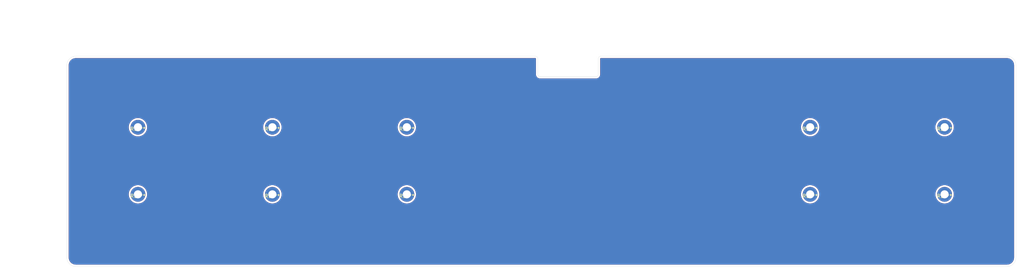
<source format=kicad_pcb>
(kicad_pcb (version 20171130) (host pcbnew "(5.1.7)-1")

  (general
    (thickness 1.6)
    (drawings 18)
    (tracks 0)
    (zones 0)
    (modules 10)
    (nets 1)
  )

  (page A3)
  (layers
    (0 F.Cu signal)
    (31 B.Cu signal)
    (32 B.Adhes user)
    (33 F.Adhes user)
    (34 B.Paste user)
    (35 F.Paste user)
    (36 B.SilkS user)
    (37 F.SilkS user)
    (38 B.Mask user)
    (39 F.Mask user)
    (40 Dwgs.User user)
    (41 Cmts.User user)
    (42 Eco1.User user)
    (43 Eco2.User user)
    (44 Edge.Cuts user)
    (45 Margin user)
    (46 B.CrtYd user)
    (47 F.CrtYd user)
    (48 B.Fab user)
    (49 F.Fab user)
  )

  (setup
    (last_trace_width 0.25)
    (user_trace_width 0.5)
    (trace_clearance 0.2)
    (zone_clearance 0.508)
    (zone_45_only no)
    (trace_min 0.2)
    (via_size 0.8)
    (via_drill 0.4)
    (via_min_size 0.4)
    (via_min_drill 0.3)
    (uvia_size 0.3)
    (uvia_drill 0.1)
    (uvias_allowed no)
    (uvia_min_size 0.2)
    (uvia_min_drill 0.1)
    (edge_width 0.05)
    (segment_width 0.2)
    (pcb_text_width 0.3)
    (pcb_text_size 1.5 1.5)
    (mod_edge_width 0.12)
    (mod_text_size 1 1)
    (mod_text_width 0.15)
    (pad_size 1.524 1.524)
    (pad_drill 0.762)
    (pad_to_mask_clearance 0)
    (aux_axis_origin 0 0)
    (grid_origin 170.942 58.4835)
    (visible_elements 7FFFFFFF)
    (pcbplotparams
      (layerselection 0x010fc_ffffffff)
      (usegerberextensions false)
      (usegerberattributes false)
      (usegerberadvancedattributes false)
      (creategerberjobfile false)
      (excludeedgelayer true)
      (linewidth 0.100000)
      (plotframeref false)
      (viasonmask false)
      (mode 1)
      (useauxorigin false)
      (hpglpennumber 1)
      (hpglpenspeed 20)
      (hpglpendiameter 15.000000)
      (psnegative false)
      (psa4output false)
      (plotreference true)
      (plotvalue false)
      (plotinvisibletext false)
      (padsonsilk true)
      (subtractmaskfromsilk false)
      (outputformat 1)
      (mirror false)
      (drillshape 0)
      (scaleselection 1)
      (outputdirectory "gerber/"))
  )

  (net 0 "")

  (net_class Default "This is the default net class."
    (clearance 0.2)
    (trace_width 0.25)
    (via_dia 0.8)
    (via_drill 0.4)
    (uvia_dia 0.3)
    (uvia_drill 0.1)
  )

  (module kbd:M2_Hole_TH (layer F.Cu) (tedit 5F7666C1) (tstamp 5FFA02AD)
    (at 250.025 78.575)
    (fp_text reference REF** (at 0 0.5) (layer F.SilkS)
      (effects (font (size 1 1) (thickness 0.15)))
    )
    (fp_text value M2_Hole_TH (at 0 -0.5) (layer F.Fab)
      (effects (font (size 1 1) (thickness 0.15)))
    )
    (pad "" thru_hole circle (at 0 0) (size 4.2 4.2) (drill 2.3) (layers *.Cu *.Mask))
  )

  (module kbd:M2_Hole_TH (layer F.Cu) (tedit 5F7666C1) (tstamp 5FFA02A9)
    (at 288.125 78.575)
    (fp_text reference REF** (at 0 0.5) (layer F.SilkS)
      (effects (font (size 1 1) (thickness 0.15)))
    )
    (fp_text value M2_Hole_TH (at 0 -0.5) (layer F.Fab)
      (effects (font (size 1 1) (thickness 0.15)))
    )
    (pad "" thru_hole circle (at 0 0) (size 4.2 4.2) (drill 2.3) (layers *.Cu *.Mask))
  )

  (module kbd:M2_Hole_TH (layer F.Cu) (tedit 5F7666C1) (tstamp 5FFA0222)
    (at 97.625 59.525)
    (fp_text reference REF** (at 0 0.5) (layer F.SilkS)
      (effects (font (size 1 1) (thickness 0.15)))
    )
    (fp_text value M2_Hole_TH (at 0 -0.5) (layer F.Fab)
      (effects (font (size 1 1) (thickness 0.15)))
    )
    (pad "" thru_hole circle (at 0 0) (size 4.2 4.2) (drill 2.3) (layers *.Cu *.Mask))
  )

  (module kbd:M2_Hole_TH (layer F.Cu) (tedit 5F7666C1) (tstamp 5FFA021A)
    (at 97.625 78.575)
    (fp_text reference REF** (at 0 0.5) (layer F.SilkS)
      (effects (font (size 1 1) (thickness 0.15)))
    )
    (fp_text value M2_Hole_TH (at 0 -0.5) (layer F.Fab)
      (effects (font (size 1 1) (thickness 0.15)))
    )
    (pad "" thru_hole circle (at 0 0) (size 4.2 4.2) (drill 2.3) (layers *.Cu *.Mask))
  )

  (module kbd:M2_Hole_TH (layer F.Cu) (tedit 5F7666C1) (tstamp 5FFA0212)
    (at 288.125 59.525)
    (fp_text reference REF** (at 0 0.5) (layer F.SilkS)
      (effects (font (size 1 1) (thickness 0.15)))
    )
    (fp_text value M2_Hole_TH (at 0 -0.5) (layer F.Fab)
      (effects (font (size 1 1) (thickness 0.15)))
    )
    (pad "" thru_hole circle (at 0 0) (size 4.2 4.2) (drill 2.3) (layers *.Cu *.Mask))
  )

  (module kbd:M2_Hole_TH (layer F.Cu) (tedit 5F7666C1) (tstamp 5FFA020A)
    (at 135.725 59.525)
    (fp_text reference REF** (at 0 0.5) (layer F.SilkS)
      (effects (font (size 1 1) (thickness 0.15)))
    )
    (fp_text value M2_Hole_TH (at 0 -0.5) (layer F.Fab)
      (effects (font (size 1 1) (thickness 0.15)))
    )
    (pad "" thru_hole circle (at 0 0) (size 4.2 4.2) (drill 2.3) (layers *.Cu *.Mask))
  )

  (module kbd:M2_Hole_TH (layer F.Cu) (tedit 5F7666C1) (tstamp 5FFA0202)
    (at 250.025 59.525)
    (fp_text reference REF** (at 0 0.5) (layer F.SilkS)
      (effects (font (size 1 1) (thickness 0.15)))
    )
    (fp_text value M2_Hole_TH (at 0 -0.5) (layer F.Fab)
      (effects (font (size 1 1) (thickness 0.15)))
    )
    (pad "" thru_hole circle (at 0 0) (size 4.2 4.2) (drill 2.3) (layers *.Cu *.Mask))
  )

  (module kbd:M2_Hole_TH (layer F.Cu) (tedit 5F7666C1) (tstamp 5FFA01FA)
    (at 135.725 78.575)
    (fp_text reference REF** (at 0 0.5) (layer F.SilkS)
      (effects (font (size 1 1) (thickness 0.15)))
    )
    (fp_text value M2_Hole_TH (at 0 -0.5) (layer F.Fab)
      (effects (font (size 1 1) (thickness 0.15)))
    )
    (pad "" thru_hole circle (at 0 0) (size 4.2 4.2) (drill 2.3) (layers *.Cu *.Mask))
  )

  (module kbd:M2_Hole_TH (layer F.Cu) (tedit 5F7666C1) (tstamp 5FFA01F2)
    (at 59.525 78.575)
    (fp_text reference REF** (at 0 0.5) (layer F.SilkS)
      (effects (font (size 1 1) (thickness 0.15)))
    )
    (fp_text value M2_Hole_TH (at 0 -0.5) (layer F.Fab)
      (effects (font (size 1 1) (thickness 0.15)))
    )
    (pad "" thru_hole circle (at 0 0) (size 4.2 4.2) (drill 2.3) (layers *.Cu *.Mask))
  )

  (module kbd:M2_Hole_TH (layer F.Cu) (tedit 5F7666C1) (tstamp 5FFA01EC)
    (at 59.525 59.525)
    (fp_text reference REF** (at 0 0.5) (layer F.SilkS)
      (effects (font (size 1 1) (thickness 0.15)))
    )
    (fp_text value M2_Hole_TH (at 0 -0.5) (layer F.Fab)
      (effects (font (size 1 1) (thickness 0.15)))
    )
    (pad "" thru_hole circle (at 0 0) (size 4.2 4.2) (drill 2.3) (layers *.Cu *.Mask))
  )

  (gr_line (start 172.847 40.005) (end 172.847 44.5135) (layer Edge.Cuts) (width 0.05))
  (gr_arc (start 190.627 40.005) (end 190.627 39.37) (angle -90) (layer Edge.Cuts) (width 0.05))
  (gr_line (start 189.992 44.5135) (end 189.992 40.005) (layer Edge.Cuts) (width 0.05))
  (gr_arc (start 189.357 44.5135) (end 189.357 45.1485) (angle -90) (layer Edge.Cuts) (width 0.05))
  (gr_arc (start 172.212 40.005) (end 172.847 40.005) (angle -90) (layer Edge.Cuts) (width 0.05))
  (gr_arc (start 173.482 44.5135) (end 172.847 44.5135) (angle -90) (layer Edge.Cuts) (width 0.05))
  (gr_line (start 173.482 45.1485) (end 189.357 45.1485) (layer Edge.Cuts) (width 0.05))
  (dimension 62.23 (width 0.15) (layer Dwgs.User)
    (gr_text "62.230 mm" (at 24.100001 69.215 270) (layer Dwgs.User)
      (effects (font (size 1 1) (thickness 0.15)))
    )
    (feature1 (pts (xy 35.56 100.33) (xy 24.81358 100.33)))
    (feature2 (pts (xy 35.56 38.1) (xy 24.81358 38.1)))
    (crossbar (pts (xy 25.400001 38.1) (xy 25.400001 100.33)))
    (arrow1a (pts (xy 25.400001 100.33) (xy 24.81358 99.203496)))
    (arrow1b (pts (xy 25.400001 100.33) (xy 25.986422 99.203496)))
    (arrow2a (pts (xy 25.400001 38.1) (xy 24.81358 39.226504)))
    (arrow2b (pts (xy 25.400001 38.1) (xy 25.986422 39.226504)))
  )
  (dimension 271.399 (width 0.15) (layer Dwgs.User)
    (gr_text "271.399 mm" (at 173.7995 24.1) (layer Dwgs.User)
      (effects (font (size 1 1) (thickness 0.15)))
    )
    (feature1 (pts (xy 309.499 36.83) (xy 309.499 24.813579)))
    (feature2 (pts (xy 38.1 36.83) (xy 38.1 24.813579)))
    (crossbar (pts (xy 38.1 25.4) (xy 309.499 25.4)))
    (arrow1a (pts (xy 309.499 25.4) (xy 308.372496 25.986421)))
    (arrow1b (pts (xy 309.499 25.4) (xy 308.372496 24.813579)))
    (arrow2a (pts (xy 38.1 25.4) (xy 39.226504 25.986421)))
    (arrow2b (pts (xy 38.1 25.4) (xy 39.226504 24.813579)))
  )
  (gr_arc (start 41.91 41.91) (end 41.91 39.37) (angle -90) (layer Edge.Cuts) (width 0.05))
  (gr_line (start 172.212 39.37) (end 41.91 39.37) (layer Edge.Cuts) (width 0.05))
  (gr_line (start 305.816 39.37) (end 190.627 39.37) (layer Edge.Cuts) (width 0.05))
  (gr_arc (start 305.816 41.91) (end 308.356 41.91) (angle -90) (layer Edge.Cuts) (width 0.05))
  (gr_line (start 308.356 96.52) (end 308.356 41.91) (layer Edge.Cuts) (width 0.05))
  (gr_arc (start 305.816 96.52) (end 305.816 99.06) (angle -90) (layer Edge.Cuts) (width 0.05))
  (gr_arc (start 41.91 96.52) (end 39.37 96.52) (angle -90) (layer Edge.Cuts) (width 0.05))
  (gr_line (start 39.37 96.52) (end 39.37 41.91) (layer Edge.Cuts) (width 0.05))
  (gr_line (start 41.91 99.06) (end 305.816 99.06) (layer Edge.Cuts) (width 0.05))

  (zone (net 0) (net_name "") (layer F.Cu) (tstamp 5FFA0E8B) (hatch edge 0.508)
    (connect_pads (clearance 0.508))
    (min_thickness 0.254)
    (fill yes (arc_segments 32) (thermal_gap 0.508) (thermal_bridge_width 0.508))
    (polygon
      (pts
        (xy 310.642 100.3935) (xy 37.592 100.3935) (xy 37.592 36.8935) (xy 310.642 36.8935)
      )
    )
    (filled_polygon
      (pts
        (xy 172.186513 40.030666) (xy 172.187 40.035301) (xy 172.187001 44.545919) (xy 172.189758 44.57391) (xy 172.189731 44.577755)
        (xy 172.190631 44.586926) (xy 172.203586 44.710177) (xy 172.215615 44.768774) (xy 172.226822 44.827528) (xy 172.229486 44.83635)
        (xy 172.266133 44.954738) (xy 172.289308 45.009868) (xy 172.311722 45.065347) (xy 172.316049 45.073483) (xy 172.374992 45.182498)
        (xy 172.408437 45.232082) (xy 172.441197 45.282145) (xy 172.447022 45.289286) (xy 172.526018 45.384776) (xy 172.568467 45.42693)
        (xy 172.610315 45.469665) (xy 172.617416 45.475539) (xy 172.713455 45.553867) (xy 172.763281 45.586972) (xy 172.812638 45.620767)
        (xy 172.820744 45.62515) (xy 172.930167 45.683332) (xy 172.985459 45.706121) (xy 173.040455 45.729693) (xy 173.049258 45.732418)
        (xy 173.167899 45.768237) (xy 173.226583 45.779857) (xy 173.285094 45.792294) (xy 173.29425 45.793256) (xy 173.294255 45.793257)
        (xy 173.294259 45.793257) (xy 173.417597 45.80535) (xy 173.417598 45.80535) (xy 173.449581 45.8085) (xy 189.389419 45.8085)
        (xy 189.417419 45.805742) (xy 189.421255 45.805769) (xy 189.430426 45.804869) (xy 189.553677 45.791914) (xy 189.612274 45.779885)
        (xy 189.671028 45.768678) (xy 189.67985 45.766014) (xy 189.798238 45.729367) (xy 189.853368 45.706192) (xy 189.908847 45.683778)
        (xy 189.916983 45.679451) (xy 190.025998 45.620508) (xy 190.075582 45.587063) (xy 190.125645 45.554303) (xy 190.132786 45.548478)
        (xy 190.228276 45.469482) (xy 190.27043 45.427033) (xy 190.313165 45.385185) (xy 190.319039 45.378084) (xy 190.397367 45.282045)
        (xy 190.430472 45.232219) (xy 190.464267 45.182862) (xy 190.46865 45.174756) (xy 190.526832 45.065333) (xy 190.549621 45.010041)
        (xy 190.573193 44.955045) (xy 190.575918 44.946242) (xy 190.611737 44.827601) (xy 190.623359 44.768908) (xy 190.635794 44.710406)
        (xy 190.636756 44.70125) (xy 190.636757 44.701245) (xy 190.636757 44.701241) (xy 190.64885 44.577903) (xy 190.64885 44.577902)
        (xy 190.652 44.545919) (xy 190.652 40.037275) (xy 190.652666 40.030487) (xy 190.657301 40.03) (xy 305.783721 40.03)
        (xy 306.180545 40.068909) (xy 306.531208 40.17478) (xy 306.854625 40.346744) (xy 307.138484 40.578254) (xy 307.371965 40.860486)
        (xy 307.546183 41.182695) (xy 307.654502 41.532614) (xy 307.696001 41.927452) (xy 307.696 96.487721) (xy 307.657091 96.884545)
        (xy 307.55122 97.235206) (xy 307.379257 97.558623) (xy 307.147748 97.842482) (xy 306.865514 98.075965) (xy 306.543304 98.250184)
        (xy 306.193385 98.358502) (xy 305.798557 98.4) (xy 41.942279 98.4) (xy 41.545455 98.361091) (xy 41.194794 98.25522)
        (xy 40.871377 98.083257) (xy 40.587518 97.851748) (xy 40.354035 97.569514) (xy 40.179816 97.247304) (xy 40.071498 96.897385)
        (xy 40.03 96.502557) (xy 40.03 78.305626) (xy 56.79 78.305626) (xy 56.79 78.844374) (xy 56.895105 79.37277)
        (xy 57.101275 79.870508) (xy 57.400587 80.318461) (xy 57.781539 80.699413) (xy 58.229492 80.998725) (xy 58.72723 81.204895)
        (xy 59.255626 81.31) (xy 59.794374 81.31) (xy 60.32277 81.204895) (xy 60.820508 80.998725) (xy 61.268461 80.699413)
        (xy 61.649413 80.318461) (xy 61.948725 79.870508) (xy 62.154895 79.37277) (xy 62.26 78.844374) (xy 62.26 78.305626)
        (xy 94.89 78.305626) (xy 94.89 78.844374) (xy 94.995105 79.37277) (xy 95.201275 79.870508) (xy 95.500587 80.318461)
        (xy 95.881539 80.699413) (xy 96.329492 80.998725) (xy 96.82723 81.204895) (xy 97.355626 81.31) (xy 97.894374 81.31)
        (xy 98.42277 81.204895) (xy 98.920508 80.998725) (xy 99.368461 80.699413) (xy 99.749413 80.318461) (xy 100.048725 79.870508)
        (xy 100.254895 79.37277) (xy 100.36 78.844374) (xy 100.36 78.305626) (xy 132.99 78.305626) (xy 132.99 78.844374)
        (xy 133.095105 79.37277) (xy 133.301275 79.870508) (xy 133.600587 80.318461) (xy 133.981539 80.699413) (xy 134.429492 80.998725)
        (xy 134.92723 81.204895) (xy 135.455626 81.31) (xy 135.994374 81.31) (xy 136.52277 81.204895) (xy 137.020508 80.998725)
        (xy 137.468461 80.699413) (xy 137.849413 80.318461) (xy 138.148725 79.870508) (xy 138.354895 79.37277) (xy 138.46 78.844374)
        (xy 138.46 78.305626) (xy 247.29 78.305626) (xy 247.29 78.844374) (xy 247.395105 79.37277) (xy 247.601275 79.870508)
        (xy 247.900587 80.318461) (xy 248.281539 80.699413) (xy 248.729492 80.998725) (xy 249.22723 81.204895) (xy 249.755626 81.31)
        (xy 250.294374 81.31) (xy 250.82277 81.204895) (xy 251.320508 80.998725) (xy 251.768461 80.699413) (xy 252.149413 80.318461)
        (xy 252.448725 79.870508) (xy 252.654895 79.37277) (xy 252.76 78.844374) (xy 252.76 78.305626) (xy 285.39 78.305626)
        (xy 285.39 78.844374) (xy 285.495105 79.37277) (xy 285.701275 79.870508) (xy 286.000587 80.318461) (xy 286.381539 80.699413)
        (xy 286.829492 80.998725) (xy 287.32723 81.204895) (xy 287.855626 81.31) (xy 288.394374 81.31) (xy 288.92277 81.204895)
        (xy 289.420508 80.998725) (xy 289.868461 80.699413) (xy 290.249413 80.318461) (xy 290.548725 79.870508) (xy 290.754895 79.37277)
        (xy 290.86 78.844374) (xy 290.86 78.305626) (xy 290.754895 77.77723) (xy 290.548725 77.279492) (xy 290.249413 76.831539)
        (xy 289.868461 76.450587) (xy 289.420508 76.151275) (xy 288.92277 75.945105) (xy 288.394374 75.84) (xy 287.855626 75.84)
        (xy 287.32723 75.945105) (xy 286.829492 76.151275) (xy 286.381539 76.450587) (xy 286.000587 76.831539) (xy 285.701275 77.279492)
        (xy 285.495105 77.77723) (xy 285.39 78.305626) (xy 252.76 78.305626) (xy 252.654895 77.77723) (xy 252.448725 77.279492)
        (xy 252.149413 76.831539) (xy 251.768461 76.450587) (xy 251.320508 76.151275) (xy 250.82277 75.945105) (xy 250.294374 75.84)
        (xy 249.755626 75.84) (xy 249.22723 75.945105) (xy 248.729492 76.151275) (xy 248.281539 76.450587) (xy 247.900587 76.831539)
        (xy 247.601275 77.279492) (xy 247.395105 77.77723) (xy 247.29 78.305626) (xy 138.46 78.305626) (xy 138.354895 77.77723)
        (xy 138.148725 77.279492) (xy 137.849413 76.831539) (xy 137.468461 76.450587) (xy 137.020508 76.151275) (xy 136.52277 75.945105)
        (xy 135.994374 75.84) (xy 135.455626 75.84) (xy 134.92723 75.945105) (xy 134.429492 76.151275) (xy 133.981539 76.450587)
        (xy 133.600587 76.831539) (xy 133.301275 77.279492) (xy 133.095105 77.77723) (xy 132.99 78.305626) (xy 100.36 78.305626)
        (xy 100.254895 77.77723) (xy 100.048725 77.279492) (xy 99.749413 76.831539) (xy 99.368461 76.450587) (xy 98.920508 76.151275)
        (xy 98.42277 75.945105) (xy 97.894374 75.84) (xy 97.355626 75.84) (xy 96.82723 75.945105) (xy 96.329492 76.151275)
        (xy 95.881539 76.450587) (xy 95.500587 76.831539) (xy 95.201275 77.279492) (xy 94.995105 77.77723) (xy 94.89 78.305626)
        (xy 62.26 78.305626) (xy 62.154895 77.77723) (xy 61.948725 77.279492) (xy 61.649413 76.831539) (xy 61.268461 76.450587)
        (xy 60.820508 76.151275) (xy 60.32277 75.945105) (xy 59.794374 75.84) (xy 59.255626 75.84) (xy 58.72723 75.945105)
        (xy 58.229492 76.151275) (xy 57.781539 76.450587) (xy 57.400587 76.831539) (xy 57.101275 77.279492) (xy 56.895105 77.77723)
        (xy 56.79 78.305626) (xy 40.03 78.305626) (xy 40.03 59.255626) (xy 56.79 59.255626) (xy 56.79 59.794374)
        (xy 56.895105 60.32277) (xy 57.101275 60.820508) (xy 57.400587 61.268461) (xy 57.781539 61.649413) (xy 58.229492 61.948725)
        (xy 58.72723 62.154895) (xy 59.255626 62.26) (xy 59.794374 62.26) (xy 60.32277 62.154895) (xy 60.820508 61.948725)
        (xy 61.268461 61.649413) (xy 61.649413 61.268461) (xy 61.948725 60.820508) (xy 62.154895 60.32277) (xy 62.26 59.794374)
        (xy 62.26 59.255626) (xy 94.89 59.255626) (xy 94.89 59.794374) (xy 94.995105 60.32277) (xy 95.201275 60.820508)
        (xy 95.500587 61.268461) (xy 95.881539 61.649413) (xy 96.329492 61.948725) (xy 96.82723 62.154895) (xy 97.355626 62.26)
        (xy 97.894374 62.26) (xy 98.42277 62.154895) (xy 98.920508 61.948725) (xy 99.368461 61.649413) (xy 99.749413 61.268461)
        (xy 100.048725 60.820508) (xy 100.254895 60.32277) (xy 100.36 59.794374) (xy 100.36 59.255626) (xy 132.99 59.255626)
        (xy 132.99 59.794374) (xy 133.095105 60.32277) (xy 133.301275 60.820508) (xy 133.600587 61.268461) (xy 133.981539 61.649413)
        (xy 134.429492 61.948725) (xy 134.92723 62.154895) (xy 135.455626 62.26) (xy 135.994374 62.26) (xy 136.52277 62.154895)
        (xy 137.020508 61.948725) (xy 137.468461 61.649413) (xy 137.849413 61.268461) (xy 138.148725 60.820508) (xy 138.354895 60.32277)
        (xy 138.46 59.794374) (xy 138.46 59.255626) (xy 247.29 59.255626) (xy 247.29 59.794374) (xy 247.395105 60.32277)
        (xy 247.601275 60.820508) (xy 247.900587 61.268461) (xy 248.281539 61.649413) (xy 248.729492 61.948725) (xy 249.22723 62.154895)
        (xy 249.755626 62.26) (xy 250.294374 62.26) (xy 250.82277 62.154895) (xy 251.320508 61.948725) (xy 251.768461 61.649413)
        (xy 252.149413 61.268461) (xy 252.448725 60.820508) (xy 252.654895 60.32277) (xy 252.76 59.794374) (xy 252.76 59.255626)
        (xy 285.39 59.255626) (xy 285.39 59.794374) (xy 285.495105 60.32277) (xy 285.701275 60.820508) (xy 286.000587 61.268461)
        (xy 286.381539 61.649413) (xy 286.829492 61.948725) (xy 287.32723 62.154895) (xy 287.855626 62.26) (xy 288.394374 62.26)
        (xy 288.92277 62.154895) (xy 289.420508 61.948725) (xy 289.868461 61.649413) (xy 290.249413 61.268461) (xy 290.548725 60.820508)
        (xy 290.754895 60.32277) (xy 290.86 59.794374) (xy 290.86 59.255626) (xy 290.754895 58.72723) (xy 290.548725 58.229492)
        (xy 290.249413 57.781539) (xy 289.868461 57.400587) (xy 289.420508 57.101275) (xy 288.92277 56.895105) (xy 288.394374 56.79)
        (xy 287.855626 56.79) (xy 287.32723 56.895105) (xy 286.829492 57.101275) (xy 286.381539 57.400587) (xy 286.000587 57.781539)
        (xy 285.701275 58.229492) (xy 285.495105 58.72723) (xy 285.39 59.255626) (xy 252.76 59.255626) (xy 252.654895 58.72723)
        (xy 252.448725 58.229492) (xy 252.149413 57.781539) (xy 251.768461 57.400587) (xy 251.320508 57.101275) (xy 250.82277 56.895105)
        (xy 250.294374 56.79) (xy 249.755626 56.79) (xy 249.22723 56.895105) (xy 248.729492 57.101275) (xy 248.281539 57.400587)
        (xy 247.900587 57.781539) (xy 247.601275 58.229492) (xy 247.395105 58.72723) (xy 247.29 59.255626) (xy 138.46 59.255626)
        (xy 138.354895 58.72723) (xy 138.148725 58.229492) (xy 137.849413 57.781539) (xy 137.468461 57.400587) (xy 137.020508 57.101275)
        (xy 136.52277 56.895105) (xy 135.994374 56.79) (xy 135.455626 56.79) (xy 134.92723 56.895105) (xy 134.429492 57.101275)
        (xy 133.981539 57.400587) (xy 133.600587 57.781539) (xy 133.301275 58.229492) (xy 133.095105 58.72723) (xy 132.99 59.255626)
        (xy 100.36 59.255626) (xy 100.254895 58.72723) (xy 100.048725 58.229492) (xy 99.749413 57.781539) (xy 99.368461 57.400587)
        (xy 98.920508 57.101275) (xy 98.42277 56.895105) (xy 97.894374 56.79) (xy 97.355626 56.79) (xy 96.82723 56.895105)
        (xy 96.329492 57.101275) (xy 95.881539 57.400587) (xy 95.500587 57.781539) (xy 95.201275 58.229492) (xy 94.995105 58.72723)
        (xy 94.89 59.255626) (xy 62.26 59.255626) (xy 62.154895 58.72723) (xy 61.948725 58.229492) (xy 61.649413 57.781539)
        (xy 61.268461 57.400587) (xy 60.820508 57.101275) (xy 60.32277 56.895105) (xy 59.794374 56.79) (xy 59.255626 56.79)
        (xy 58.72723 56.895105) (xy 58.229492 57.101275) (xy 57.781539 57.400587) (xy 57.400587 57.781539) (xy 57.101275 58.229492)
        (xy 56.895105 58.72723) (xy 56.79 59.255626) (xy 40.03 59.255626) (xy 40.03 41.942279) (xy 40.068909 41.545455)
        (xy 40.17478 41.194792) (xy 40.346744 40.871375) (xy 40.578254 40.587516) (xy 40.860486 40.354035) (xy 41.182695 40.179817)
        (xy 41.532614 40.071498) (xy 41.927443 40.03) (xy 172.179725 40.03)
      )
    )
  )
  (zone (net 0) (net_name "") (layer B.Cu) (tstamp 5FFA0E88) (hatch edge 0.508)
    (connect_pads (clearance 0.508))
    (min_thickness 0.254)
    (fill yes (arc_segments 32) (thermal_gap 0.508) (thermal_bridge_width 0.508))
    (polygon
      (pts
        (xy 310.642 100.3935) (xy 37.592 100.3935) (xy 37.592 36.8935) (xy 310.642 36.8935)
      )
    )
    (filled_polygon
      (pts
        (xy 172.186513 40.030666) (xy 172.187 40.035301) (xy 172.187001 44.545919) (xy 172.189758 44.57391) (xy 172.189731 44.577755)
        (xy 172.190631 44.586926) (xy 172.203586 44.710177) (xy 172.215615 44.768774) (xy 172.226822 44.827528) (xy 172.229486 44.83635)
        (xy 172.266133 44.954738) (xy 172.289308 45.009868) (xy 172.311722 45.065347) (xy 172.316049 45.073483) (xy 172.374992 45.182498)
        (xy 172.408437 45.232082) (xy 172.441197 45.282145) (xy 172.447022 45.289286) (xy 172.526018 45.384776) (xy 172.568467 45.42693)
        (xy 172.610315 45.469665) (xy 172.617416 45.475539) (xy 172.713455 45.553867) (xy 172.763281 45.586972) (xy 172.812638 45.620767)
        (xy 172.820744 45.62515) (xy 172.930167 45.683332) (xy 172.985459 45.706121) (xy 173.040455 45.729693) (xy 173.049258 45.732418)
        (xy 173.167899 45.768237) (xy 173.226583 45.779857) (xy 173.285094 45.792294) (xy 173.29425 45.793256) (xy 173.294255 45.793257)
        (xy 173.294259 45.793257) (xy 173.417597 45.80535) (xy 173.417598 45.80535) (xy 173.449581 45.8085) (xy 189.389419 45.8085)
        (xy 189.417419 45.805742) (xy 189.421255 45.805769) (xy 189.430426 45.804869) (xy 189.553677 45.791914) (xy 189.612274 45.779885)
        (xy 189.671028 45.768678) (xy 189.67985 45.766014) (xy 189.798238 45.729367) (xy 189.853368 45.706192) (xy 189.908847 45.683778)
        (xy 189.916983 45.679451) (xy 190.025998 45.620508) (xy 190.075582 45.587063) (xy 190.125645 45.554303) (xy 190.132786 45.548478)
        (xy 190.228276 45.469482) (xy 190.27043 45.427033) (xy 190.313165 45.385185) (xy 190.319039 45.378084) (xy 190.397367 45.282045)
        (xy 190.430472 45.232219) (xy 190.464267 45.182862) (xy 190.46865 45.174756) (xy 190.526832 45.065333) (xy 190.549621 45.010041)
        (xy 190.573193 44.955045) (xy 190.575918 44.946242) (xy 190.611737 44.827601) (xy 190.623359 44.768908) (xy 190.635794 44.710406)
        (xy 190.636756 44.70125) (xy 190.636757 44.701245) (xy 190.636757 44.701241) (xy 190.64885 44.577903) (xy 190.64885 44.577902)
        (xy 190.652 44.545919) (xy 190.652 40.037275) (xy 190.652666 40.030487) (xy 190.657301 40.03) (xy 305.783721 40.03)
        (xy 306.180545 40.068909) (xy 306.531208 40.17478) (xy 306.854625 40.346744) (xy 307.138484 40.578254) (xy 307.371965 40.860486)
        (xy 307.546183 41.182695) (xy 307.654502 41.532614) (xy 307.696001 41.927452) (xy 307.696 96.487721) (xy 307.657091 96.884545)
        (xy 307.55122 97.235206) (xy 307.379257 97.558623) (xy 307.147748 97.842482) (xy 306.865514 98.075965) (xy 306.543304 98.250184)
        (xy 306.193385 98.358502) (xy 305.798557 98.4) (xy 41.942279 98.4) (xy 41.545455 98.361091) (xy 41.194794 98.25522)
        (xy 40.871377 98.083257) (xy 40.587518 97.851748) (xy 40.354035 97.569514) (xy 40.179816 97.247304) (xy 40.071498 96.897385)
        (xy 40.03 96.502557) (xy 40.03 78.305626) (xy 56.79 78.305626) (xy 56.79 78.844374) (xy 56.895105 79.37277)
        (xy 57.101275 79.870508) (xy 57.400587 80.318461) (xy 57.781539 80.699413) (xy 58.229492 80.998725) (xy 58.72723 81.204895)
        (xy 59.255626 81.31) (xy 59.794374 81.31) (xy 60.32277 81.204895) (xy 60.820508 80.998725) (xy 61.268461 80.699413)
        (xy 61.649413 80.318461) (xy 61.948725 79.870508) (xy 62.154895 79.37277) (xy 62.26 78.844374) (xy 62.26 78.305626)
        (xy 94.89 78.305626) (xy 94.89 78.844374) (xy 94.995105 79.37277) (xy 95.201275 79.870508) (xy 95.500587 80.318461)
        (xy 95.881539 80.699413) (xy 96.329492 80.998725) (xy 96.82723 81.204895) (xy 97.355626 81.31) (xy 97.894374 81.31)
        (xy 98.42277 81.204895) (xy 98.920508 80.998725) (xy 99.368461 80.699413) (xy 99.749413 80.318461) (xy 100.048725 79.870508)
        (xy 100.254895 79.37277) (xy 100.36 78.844374) (xy 100.36 78.305626) (xy 132.99 78.305626) (xy 132.99 78.844374)
        (xy 133.095105 79.37277) (xy 133.301275 79.870508) (xy 133.600587 80.318461) (xy 133.981539 80.699413) (xy 134.429492 80.998725)
        (xy 134.92723 81.204895) (xy 135.455626 81.31) (xy 135.994374 81.31) (xy 136.52277 81.204895) (xy 137.020508 80.998725)
        (xy 137.468461 80.699413) (xy 137.849413 80.318461) (xy 138.148725 79.870508) (xy 138.354895 79.37277) (xy 138.46 78.844374)
        (xy 138.46 78.305626) (xy 247.29 78.305626) (xy 247.29 78.844374) (xy 247.395105 79.37277) (xy 247.601275 79.870508)
        (xy 247.900587 80.318461) (xy 248.281539 80.699413) (xy 248.729492 80.998725) (xy 249.22723 81.204895) (xy 249.755626 81.31)
        (xy 250.294374 81.31) (xy 250.82277 81.204895) (xy 251.320508 80.998725) (xy 251.768461 80.699413) (xy 252.149413 80.318461)
        (xy 252.448725 79.870508) (xy 252.654895 79.37277) (xy 252.76 78.844374) (xy 252.76 78.305626) (xy 285.39 78.305626)
        (xy 285.39 78.844374) (xy 285.495105 79.37277) (xy 285.701275 79.870508) (xy 286.000587 80.318461) (xy 286.381539 80.699413)
        (xy 286.829492 80.998725) (xy 287.32723 81.204895) (xy 287.855626 81.31) (xy 288.394374 81.31) (xy 288.92277 81.204895)
        (xy 289.420508 80.998725) (xy 289.868461 80.699413) (xy 290.249413 80.318461) (xy 290.548725 79.870508) (xy 290.754895 79.37277)
        (xy 290.86 78.844374) (xy 290.86 78.305626) (xy 290.754895 77.77723) (xy 290.548725 77.279492) (xy 290.249413 76.831539)
        (xy 289.868461 76.450587) (xy 289.420508 76.151275) (xy 288.92277 75.945105) (xy 288.394374 75.84) (xy 287.855626 75.84)
        (xy 287.32723 75.945105) (xy 286.829492 76.151275) (xy 286.381539 76.450587) (xy 286.000587 76.831539) (xy 285.701275 77.279492)
        (xy 285.495105 77.77723) (xy 285.39 78.305626) (xy 252.76 78.305626) (xy 252.654895 77.77723) (xy 252.448725 77.279492)
        (xy 252.149413 76.831539) (xy 251.768461 76.450587) (xy 251.320508 76.151275) (xy 250.82277 75.945105) (xy 250.294374 75.84)
        (xy 249.755626 75.84) (xy 249.22723 75.945105) (xy 248.729492 76.151275) (xy 248.281539 76.450587) (xy 247.900587 76.831539)
        (xy 247.601275 77.279492) (xy 247.395105 77.77723) (xy 247.29 78.305626) (xy 138.46 78.305626) (xy 138.354895 77.77723)
        (xy 138.148725 77.279492) (xy 137.849413 76.831539) (xy 137.468461 76.450587) (xy 137.020508 76.151275) (xy 136.52277 75.945105)
        (xy 135.994374 75.84) (xy 135.455626 75.84) (xy 134.92723 75.945105) (xy 134.429492 76.151275) (xy 133.981539 76.450587)
        (xy 133.600587 76.831539) (xy 133.301275 77.279492) (xy 133.095105 77.77723) (xy 132.99 78.305626) (xy 100.36 78.305626)
        (xy 100.254895 77.77723) (xy 100.048725 77.279492) (xy 99.749413 76.831539) (xy 99.368461 76.450587) (xy 98.920508 76.151275)
        (xy 98.42277 75.945105) (xy 97.894374 75.84) (xy 97.355626 75.84) (xy 96.82723 75.945105) (xy 96.329492 76.151275)
        (xy 95.881539 76.450587) (xy 95.500587 76.831539) (xy 95.201275 77.279492) (xy 94.995105 77.77723) (xy 94.89 78.305626)
        (xy 62.26 78.305626) (xy 62.154895 77.77723) (xy 61.948725 77.279492) (xy 61.649413 76.831539) (xy 61.268461 76.450587)
        (xy 60.820508 76.151275) (xy 60.32277 75.945105) (xy 59.794374 75.84) (xy 59.255626 75.84) (xy 58.72723 75.945105)
        (xy 58.229492 76.151275) (xy 57.781539 76.450587) (xy 57.400587 76.831539) (xy 57.101275 77.279492) (xy 56.895105 77.77723)
        (xy 56.79 78.305626) (xy 40.03 78.305626) (xy 40.03 59.255626) (xy 56.79 59.255626) (xy 56.79 59.794374)
        (xy 56.895105 60.32277) (xy 57.101275 60.820508) (xy 57.400587 61.268461) (xy 57.781539 61.649413) (xy 58.229492 61.948725)
        (xy 58.72723 62.154895) (xy 59.255626 62.26) (xy 59.794374 62.26) (xy 60.32277 62.154895) (xy 60.820508 61.948725)
        (xy 61.268461 61.649413) (xy 61.649413 61.268461) (xy 61.948725 60.820508) (xy 62.154895 60.32277) (xy 62.26 59.794374)
        (xy 62.26 59.255626) (xy 94.89 59.255626) (xy 94.89 59.794374) (xy 94.995105 60.32277) (xy 95.201275 60.820508)
        (xy 95.500587 61.268461) (xy 95.881539 61.649413) (xy 96.329492 61.948725) (xy 96.82723 62.154895) (xy 97.355626 62.26)
        (xy 97.894374 62.26) (xy 98.42277 62.154895) (xy 98.920508 61.948725) (xy 99.368461 61.649413) (xy 99.749413 61.268461)
        (xy 100.048725 60.820508) (xy 100.254895 60.32277) (xy 100.36 59.794374) (xy 100.36 59.255626) (xy 132.99 59.255626)
        (xy 132.99 59.794374) (xy 133.095105 60.32277) (xy 133.301275 60.820508) (xy 133.600587 61.268461) (xy 133.981539 61.649413)
        (xy 134.429492 61.948725) (xy 134.92723 62.154895) (xy 135.455626 62.26) (xy 135.994374 62.26) (xy 136.52277 62.154895)
        (xy 137.020508 61.948725) (xy 137.468461 61.649413) (xy 137.849413 61.268461) (xy 138.148725 60.820508) (xy 138.354895 60.32277)
        (xy 138.46 59.794374) (xy 138.46 59.255626) (xy 247.29 59.255626) (xy 247.29 59.794374) (xy 247.395105 60.32277)
        (xy 247.601275 60.820508) (xy 247.900587 61.268461) (xy 248.281539 61.649413) (xy 248.729492 61.948725) (xy 249.22723 62.154895)
        (xy 249.755626 62.26) (xy 250.294374 62.26) (xy 250.82277 62.154895) (xy 251.320508 61.948725) (xy 251.768461 61.649413)
        (xy 252.149413 61.268461) (xy 252.448725 60.820508) (xy 252.654895 60.32277) (xy 252.76 59.794374) (xy 252.76 59.255626)
        (xy 285.39 59.255626) (xy 285.39 59.794374) (xy 285.495105 60.32277) (xy 285.701275 60.820508) (xy 286.000587 61.268461)
        (xy 286.381539 61.649413) (xy 286.829492 61.948725) (xy 287.32723 62.154895) (xy 287.855626 62.26) (xy 288.394374 62.26)
        (xy 288.92277 62.154895) (xy 289.420508 61.948725) (xy 289.868461 61.649413) (xy 290.249413 61.268461) (xy 290.548725 60.820508)
        (xy 290.754895 60.32277) (xy 290.86 59.794374) (xy 290.86 59.255626) (xy 290.754895 58.72723) (xy 290.548725 58.229492)
        (xy 290.249413 57.781539) (xy 289.868461 57.400587) (xy 289.420508 57.101275) (xy 288.92277 56.895105) (xy 288.394374 56.79)
        (xy 287.855626 56.79) (xy 287.32723 56.895105) (xy 286.829492 57.101275) (xy 286.381539 57.400587) (xy 286.000587 57.781539)
        (xy 285.701275 58.229492) (xy 285.495105 58.72723) (xy 285.39 59.255626) (xy 252.76 59.255626) (xy 252.654895 58.72723)
        (xy 252.448725 58.229492) (xy 252.149413 57.781539) (xy 251.768461 57.400587) (xy 251.320508 57.101275) (xy 250.82277 56.895105)
        (xy 250.294374 56.79) (xy 249.755626 56.79) (xy 249.22723 56.895105) (xy 248.729492 57.101275) (xy 248.281539 57.400587)
        (xy 247.900587 57.781539) (xy 247.601275 58.229492) (xy 247.395105 58.72723) (xy 247.29 59.255626) (xy 138.46 59.255626)
        (xy 138.354895 58.72723) (xy 138.148725 58.229492) (xy 137.849413 57.781539) (xy 137.468461 57.400587) (xy 137.020508 57.101275)
        (xy 136.52277 56.895105) (xy 135.994374 56.79) (xy 135.455626 56.79) (xy 134.92723 56.895105) (xy 134.429492 57.101275)
        (xy 133.981539 57.400587) (xy 133.600587 57.781539) (xy 133.301275 58.229492) (xy 133.095105 58.72723) (xy 132.99 59.255626)
        (xy 100.36 59.255626) (xy 100.254895 58.72723) (xy 100.048725 58.229492) (xy 99.749413 57.781539) (xy 99.368461 57.400587)
        (xy 98.920508 57.101275) (xy 98.42277 56.895105) (xy 97.894374 56.79) (xy 97.355626 56.79) (xy 96.82723 56.895105)
        (xy 96.329492 57.101275) (xy 95.881539 57.400587) (xy 95.500587 57.781539) (xy 95.201275 58.229492) (xy 94.995105 58.72723)
        (xy 94.89 59.255626) (xy 62.26 59.255626) (xy 62.154895 58.72723) (xy 61.948725 58.229492) (xy 61.649413 57.781539)
        (xy 61.268461 57.400587) (xy 60.820508 57.101275) (xy 60.32277 56.895105) (xy 59.794374 56.79) (xy 59.255626 56.79)
        (xy 58.72723 56.895105) (xy 58.229492 57.101275) (xy 57.781539 57.400587) (xy 57.400587 57.781539) (xy 57.101275 58.229492)
        (xy 56.895105 58.72723) (xy 56.79 59.255626) (xy 40.03 59.255626) (xy 40.03 41.942279) (xy 40.068909 41.545455)
        (xy 40.17478 41.194792) (xy 40.346744 40.871375) (xy 40.578254 40.587516) (xy 40.860486 40.354035) (xy 41.182695 40.179817)
        (xy 41.532614 40.071498) (xy 41.927443 40.03) (xy 172.179725 40.03)
      )
    )
  )
)

</source>
